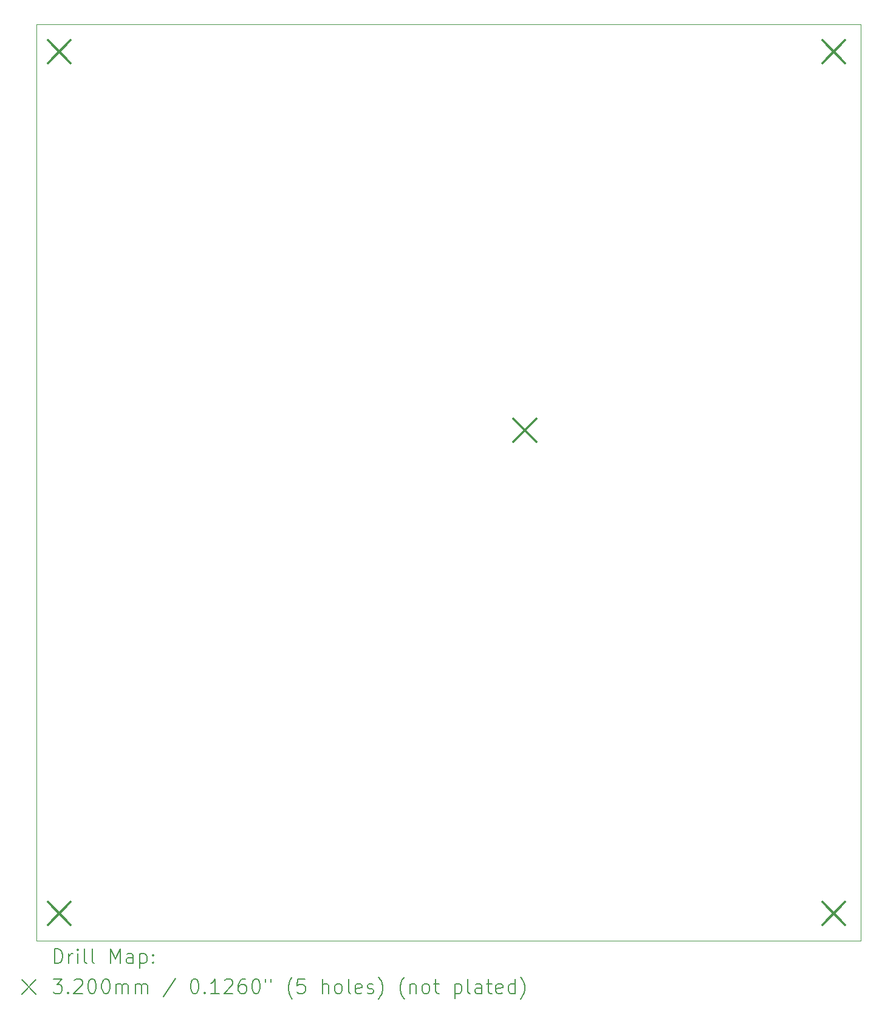
<source format=gbr>
%FSLAX45Y45*%
G04 Gerber Fmt 4.5, Leading zero omitted, Abs format (unit mm)*
G04 Created by KiCad (PCBNEW (6.0.0)) date 2022-06-27 07:24:55*
%MOMM*%
%LPD*%
G01*
G04 APERTURE LIST*
%TA.AperFunction,Profile*%
%ADD10C,0.100000*%
%TD*%
%ADD11C,0.200000*%
%ADD12C,0.320000*%
G04 APERTURE END LIST*
D10*
X5715000Y-2984500D02*
X17208500Y-2984500D01*
X17208500Y-2984500D02*
X17208500Y-15748000D01*
X17208500Y-15748000D02*
X5715000Y-15748000D01*
X5715000Y-15748000D02*
X5715000Y-2984500D01*
D11*
D12*
X5872500Y-3205500D02*
X6192500Y-3525500D01*
X6192500Y-3205500D02*
X5872500Y-3525500D01*
X5872500Y-15207000D02*
X6192500Y-15527000D01*
X6192500Y-15207000D02*
X5872500Y-15527000D01*
X12362200Y-8476000D02*
X12682200Y-8796000D01*
X12682200Y-8476000D02*
X12362200Y-8796000D01*
X16667500Y-3205500D02*
X16987500Y-3525500D01*
X16987500Y-3205500D02*
X16667500Y-3525500D01*
X16667500Y-15207000D02*
X16987500Y-15527000D01*
X16987500Y-15207000D02*
X16667500Y-15527000D01*
D11*
X5967619Y-16063476D02*
X5967619Y-15863476D01*
X6015238Y-15863476D01*
X6043809Y-15873000D01*
X6062857Y-15892048D01*
X6072381Y-15911095D01*
X6081905Y-15949190D01*
X6081905Y-15977762D01*
X6072381Y-16015857D01*
X6062857Y-16034905D01*
X6043809Y-16053952D01*
X6015238Y-16063476D01*
X5967619Y-16063476D01*
X6167619Y-16063476D02*
X6167619Y-15930143D01*
X6167619Y-15968238D02*
X6177143Y-15949190D01*
X6186667Y-15939667D01*
X6205714Y-15930143D01*
X6224762Y-15930143D01*
X6291428Y-16063476D02*
X6291428Y-15930143D01*
X6291428Y-15863476D02*
X6281905Y-15873000D01*
X6291428Y-15882524D01*
X6300952Y-15873000D01*
X6291428Y-15863476D01*
X6291428Y-15882524D01*
X6415238Y-16063476D02*
X6396190Y-16053952D01*
X6386667Y-16034905D01*
X6386667Y-15863476D01*
X6520000Y-16063476D02*
X6500952Y-16053952D01*
X6491428Y-16034905D01*
X6491428Y-15863476D01*
X6748571Y-16063476D02*
X6748571Y-15863476D01*
X6815238Y-16006333D01*
X6881905Y-15863476D01*
X6881905Y-16063476D01*
X7062857Y-16063476D02*
X7062857Y-15958714D01*
X7053333Y-15939667D01*
X7034286Y-15930143D01*
X6996190Y-15930143D01*
X6977143Y-15939667D01*
X7062857Y-16053952D02*
X7043809Y-16063476D01*
X6996190Y-16063476D01*
X6977143Y-16053952D01*
X6967619Y-16034905D01*
X6967619Y-16015857D01*
X6977143Y-15996809D01*
X6996190Y-15987286D01*
X7043809Y-15987286D01*
X7062857Y-15977762D01*
X7158095Y-15930143D02*
X7158095Y-16130143D01*
X7158095Y-15939667D02*
X7177143Y-15930143D01*
X7215238Y-15930143D01*
X7234286Y-15939667D01*
X7243809Y-15949190D01*
X7253333Y-15968238D01*
X7253333Y-16025381D01*
X7243809Y-16044428D01*
X7234286Y-16053952D01*
X7215238Y-16063476D01*
X7177143Y-16063476D01*
X7158095Y-16053952D01*
X7339048Y-16044428D02*
X7348571Y-16053952D01*
X7339048Y-16063476D01*
X7329524Y-16053952D01*
X7339048Y-16044428D01*
X7339048Y-16063476D01*
X7339048Y-15939667D02*
X7348571Y-15949190D01*
X7339048Y-15958714D01*
X7329524Y-15949190D01*
X7339048Y-15939667D01*
X7339048Y-15958714D01*
X5510000Y-16293000D02*
X5710000Y-16493000D01*
X5710000Y-16293000D02*
X5510000Y-16493000D01*
X5948571Y-16283476D02*
X6072381Y-16283476D01*
X6005714Y-16359667D01*
X6034286Y-16359667D01*
X6053333Y-16369190D01*
X6062857Y-16378714D01*
X6072381Y-16397762D01*
X6072381Y-16445381D01*
X6062857Y-16464428D01*
X6053333Y-16473952D01*
X6034286Y-16483476D01*
X5977143Y-16483476D01*
X5958095Y-16473952D01*
X5948571Y-16464428D01*
X6158095Y-16464428D02*
X6167619Y-16473952D01*
X6158095Y-16483476D01*
X6148571Y-16473952D01*
X6158095Y-16464428D01*
X6158095Y-16483476D01*
X6243809Y-16302524D02*
X6253333Y-16293000D01*
X6272381Y-16283476D01*
X6320000Y-16283476D01*
X6339048Y-16293000D01*
X6348571Y-16302524D01*
X6358095Y-16321571D01*
X6358095Y-16340619D01*
X6348571Y-16369190D01*
X6234286Y-16483476D01*
X6358095Y-16483476D01*
X6481905Y-16283476D02*
X6500952Y-16283476D01*
X6520000Y-16293000D01*
X6529524Y-16302524D01*
X6539048Y-16321571D01*
X6548571Y-16359667D01*
X6548571Y-16407286D01*
X6539048Y-16445381D01*
X6529524Y-16464428D01*
X6520000Y-16473952D01*
X6500952Y-16483476D01*
X6481905Y-16483476D01*
X6462857Y-16473952D01*
X6453333Y-16464428D01*
X6443809Y-16445381D01*
X6434286Y-16407286D01*
X6434286Y-16359667D01*
X6443809Y-16321571D01*
X6453333Y-16302524D01*
X6462857Y-16293000D01*
X6481905Y-16283476D01*
X6672381Y-16283476D02*
X6691428Y-16283476D01*
X6710476Y-16293000D01*
X6720000Y-16302524D01*
X6729524Y-16321571D01*
X6739048Y-16359667D01*
X6739048Y-16407286D01*
X6729524Y-16445381D01*
X6720000Y-16464428D01*
X6710476Y-16473952D01*
X6691428Y-16483476D01*
X6672381Y-16483476D01*
X6653333Y-16473952D01*
X6643809Y-16464428D01*
X6634286Y-16445381D01*
X6624762Y-16407286D01*
X6624762Y-16359667D01*
X6634286Y-16321571D01*
X6643809Y-16302524D01*
X6653333Y-16293000D01*
X6672381Y-16283476D01*
X6824762Y-16483476D02*
X6824762Y-16350143D01*
X6824762Y-16369190D02*
X6834286Y-16359667D01*
X6853333Y-16350143D01*
X6881905Y-16350143D01*
X6900952Y-16359667D01*
X6910476Y-16378714D01*
X6910476Y-16483476D01*
X6910476Y-16378714D02*
X6920000Y-16359667D01*
X6939048Y-16350143D01*
X6967619Y-16350143D01*
X6986667Y-16359667D01*
X6996190Y-16378714D01*
X6996190Y-16483476D01*
X7091428Y-16483476D02*
X7091428Y-16350143D01*
X7091428Y-16369190D02*
X7100952Y-16359667D01*
X7120000Y-16350143D01*
X7148571Y-16350143D01*
X7167619Y-16359667D01*
X7177143Y-16378714D01*
X7177143Y-16483476D01*
X7177143Y-16378714D02*
X7186667Y-16359667D01*
X7205714Y-16350143D01*
X7234286Y-16350143D01*
X7253333Y-16359667D01*
X7262857Y-16378714D01*
X7262857Y-16483476D01*
X7653333Y-16273952D02*
X7481905Y-16531095D01*
X7910476Y-16283476D02*
X7929524Y-16283476D01*
X7948571Y-16293000D01*
X7958095Y-16302524D01*
X7967619Y-16321571D01*
X7977143Y-16359667D01*
X7977143Y-16407286D01*
X7967619Y-16445381D01*
X7958095Y-16464428D01*
X7948571Y-16473952D01*
X7929524Y-16483476D01*
X7910476Y-16483476D01*
X7891428Y-16473952D01*
X7881905Y-16464428D01*
X7872381Y-16445381D01*
X7862857Y-16407286D01*
X7862857Y-16359667D01*
X7872381Y-16321571D01*
X7881905Y-16302524D01*
X7891428Y-16293000D01*
X7910476Y-16283476D01*
X8062857Y-16464428D02*
X8072381Y-16473952D01*
X8062857Y-16483476D01*
X8053333Y-16473952D01*
X8062857Y-16464428D01*
X8062857Y-16483476D01*
X8262857Y-16483476D02*
X8148571Y-16483476D01*
X8205714Y-16483476D02*
X8205714Y-16283476D01*
X8186667Y-16312048D01*
X8167619Y-16331095D01*
X8148571Y-16340619D01*
X8339048Y-16302524D02*
X8348571Y-16293000D01*
X8367619Y-16283476D01*
X8415238Y-16283476D01*
X8434286Y-16293000D01*
X8443810Y-16302524D01*
X8453333Y-16321571D01*
X8453333Y-16340619D01*
X8443810Y-16369190D01*
X8329524Y-16483476D01*
X8453333Y-16483476D01*
X8624762Y-16283476D02*
X8586667Y-16283476D01*
X8567619Y-16293000D01*
X8558095Y-16302524D01*
X8539048Y-16331095D01*
X8529524Y-16369190D01*
X8529524Y-16445381D01*
X8539048Y-16464428D01*
X8548571Y-16473952D01*
X8567619Y-16483476D01*
X8605714Y-16483476D01*
X8624762Y-16473952D01*
X8634286Y-16464428D01*
X8643810Y-16445381D01*
X8643810Y-16397762D01*
X8634286Y-16378714D01*
X8624762Y-16369190D01*
X8605714Y-16359667D01*
X8567619Y-16359667D01*
X8548571Y-16369190D01*
X8539048Y-16378714D01*
X8529524Y-16397762D01*
X8767619Y-16283476D02*
X8786667Y-16283476D01*
X8805714Y-16293000D01*
X8815238Y-16302524D01*
X8824762Y-16321571D01*
X8834286Y-16359667D01*
X8834286Y-16407286D01*
X8824762Y-16445381D01*
X8815238Y-16464428D01*
X8805714Y-16473952D01*
X8786667Y-16483476D01*
X8767619Y-16483476D01*
X8748571Y-16473952D01*
X8739048Y-16464428D01*
X8729524Y-16445381D01*
X8720000Y-16407286D01*
X8720000Y-16359667D01*
X8729524Y-16321571D01*
X8739048Y-16302524D01*
X8748571Y-16293000D01*
X8767619Y-16283476D01*
X8910476Y-16283476D02*
X8910476Y-16321571D01*
X8986667Y-16283476D02*
X8986667Y-16321571D01*
X9281905Y-16559667D02*
X9272381Y-16550143D01*
X9253333Y-16521571D01*
X9243810Y-16502524D01*
X9234286Y-16473952D01*
X9224762Y-16426333D01*
X9224762Y-16388238D01*
X9234286Y-16340619D01*
X9243810Y-16312048D01*
X9253333Y-16293000D01*
X9272381Y-16264428D01*
X9281905Y-16254905D01*
X9453333Y-16283476D02*
X9358095Y-16283476D01*
X9348571Y-16378714D01*
X9358095Y-16369190D01*
X9377143Y-16359667D01*
X9424762Y-16359667D01*
X9443810Y-16369190D01*
X9453333Y-16378714D01*
X9462857Y-16397762D01*
X9462857Y-16445381D01*
X9453333Y-16464428D01*
X9443810Y-16473952D01*
X9424762Y-16483476D01*
X9377143Y-16483476D01*
X9358095Y-16473952D01*
X9348571Y-16464428D01*
X9700952Y-16483476D02*
X9700952Y-16283476D01*
X9786667Y-16483476D02*
X9786667Y-16378714D01*
X9777143Y-16359667D01*
X9758095Y-16350143D01*
X9729524Y-16350143D01*
X9710476Y-16359667D01*
X9700952Y-16369190D01*
X9910476Y-16483476D02*
X9891429Y-16473952D01*
X9881905Y-16464428D01*
X9872381Y-16445381D01*
X9872381Y-16388238D01*
X9881905Y-16369190D01*
X9891429Y-16359667D01*
X9910476Y-16350143D01*
X9939048Y-16350143D01*
X9958095Y-16359667D01*
X9967619Y-16369190D01*
X9977143Y-16388238D01*
X9977143Y-16445381D01*
X9967619Y-16464428D01*
X9958095Y-16473952D01*
X9939048Y-16483476D01*
X9910476Y-16483476D01*
X10091429Y-16483476D02*
X10072381Y-16473952D01*
X10062857Y-16454905D01*
X10062857Y-16283476D01*
X10243810Y-16473952D02*
X10224762Y-16483476D01*
X10186667Y-16483476D01*
X10167619Y-16473952D01*
X10158095Y-16454905D01*
X10158095Y-16378714D01*
X10167619Y-16359667D01*
X10186667Y-16350143D01*
X10224762Y-16350143D01*
X10243810Y-16359667D01*
X10253333Y-16378714D01*
X10253333Y-16397762D01*
X10158095Y-16416809D01*
X10329524Y-16473952D02*
X10348571Y-16483476D01*
X10386667Y-16483476D01*
X10405714Y-16473952D01*
X10415238Y-16454905D01*
X10415238Y-16445381D01*
X10405714Y-16426333D01*
X10386667Y-16416809D01*
X10358095Y-16416809D01*
X10339048Y-16407286D01*
X10329524Y-16388238D01*
X10329524Y-16378714D01*
X10339048Y-16359667D01*
X10358095Y-16350143D01*
X10386667Y-16350143D01*
X10405714Y-16359667D01*
X10481905Y-16559667D02*
X10491429Y-16550143D01*
X10510476Y-16521571D01*
X10520000Y-16502524D01*
X10529524Y-16473952D01*
X10539048Y-16426333D01*
X10539048Y-16388238D01*
X10529524Y-16340619D01*
X10520000Y-16312048D01*
X10510476Y-16293000D01*
X10491429Y-16264428D01*
X10481905Y-16254905D01*
X10843810Y-16559667D02*
X10834286Y-16550143D01*
X10815238Y-16521571D01*
X10805714Y-16502524D01*
X10796190Y-16473952D01*
X10786667Y-16426333D01*
X10786667Y-16388238D01*
X10796190Y-16340619D01*
X10805714Y-16312048D01*
X10815238Y-16293000D01*
X10834286Y-16264428D01*
X10843810Y-16254905D01*
X10920000Y-16350143D02*
X10920000Y-16483476D01*
X10920000Y-16369190D02*
X10929524Y-16359667D01*
X10948571Y-16350143D01*
X10977143Y-16350143D01*
X10996190Y-16359667D01*
X11005714Y-16378714D01*
X11005714Y-16483476D01*
X11129524Y-16483476D02*
X11110476Y-16473952D01*
X11100952Y-16464428D01*
X11091429Y-16445381D01*
X11091429Y-16388238D01*
X11100952Y-16369190D01*
X11110476Y-16359667D01*
X11129524Y-16350143D01*
X11158095Y-16350143D01*
X11177143Y-16359667D01*
X11186667Y-16369190D01*
X11196190Y-16388238D01*
X11196190Y-16445381D01*
X11186667Y-16464428D01*
X11177143Y-16473952D01*
X11158095Y-16483476D01*
X11129524Y-16483476D01*
X11253333Y-16350143D02*
X11329524Y-16350143D01*
X11281905Y-16283476D02*
X11281905Y-16454905D01*
X11291428Y-16473952D01*
X11310476Y-16483476D01*
X11329524Y-16483476D01*
X11548571Y-16350143D02*
X11548571Y-16550143D01*
X11548571Y-16359667D02*
X11567619Y-16350143D01*
X11605714Y-16350143D01*
X11624762Y-16359667D01*
X11634286Y-16369190D01*
X11643809Y-16388238D01*
X11643809Y-16445381D01*
X11634286Y-16464428D01*
X11624762Y-16473952D01*
X11605714Y-16483476D01*
X11567619Y-16483476D01*
X11548571Y-16473952D01*
X11758095Y-16483476D02*
X11739048Y-16473952D01*
X11729524Y-16454905D01*
X11729524Y-16283476D01*
X11920000Y-16483476D02*
X11920000Y-16378714D01*
X11910476Y-16359667D01*
X11891428Y-16350143D01*
X11853333Y-16350143D01*
X11834286Y-16359667D01*
X11920000Y-16473952D02*
X11900952Y-16483476D01*
X11853333Y-16483476D01*
X11834286Y-16473952D01*
X11824762Y-16454905D01*
X11824762Y-16435857D01*
X11834286Y-16416809D01*
X11853333Y-16407286D01*
X11900952Y-16407286D01*
X11920000Y-16397762D01*
X11986667Y-16350143D02*
X12062857Y-16350143D01*
X12015238Y-16283476D02*
X12015238Y-16454905D01*
X12024762Y-16473952D01*
X12043809Y-16483476D01*
X12062857Y-16483476D01*
X12205714Y-16473952D02*
X12186667Y-16483476D01*
X12148571Y-16483476D01*
X12129524Y-16473952D01*
X12120000Y-16454905D01*
X12120000Y-16378714D01*
X12129524Y-16359667D01*
X12148571Y-16350143D01*
X12186667Y-16350143D01*
X12205714Y-16359667D01*
X12215238Y-16378714D01*
X12215238Y-16397762D01*
X12120000Y-16416809D01*
X12386667Y-16483476D02*
X12386667Y-16283476D01*
X12386667Y-16473952D02*
X12367619Y-16483476D01*
X12329524Y-16483476D01*
X12310476Y-16473952D01*
X12300952Y-16464428D01*
X12291428Y-16445381D01*
X12291428Y-16388238D01*
X12300952Y-16369190D01*
X12310476Y-16359667D01*
X12329524Y-16350143D01*
X12367619Y-16350143D01*
X12386667Y-16359667D01*
X12462857Y-16559667D02*
X12472381Y-16550143D01*
X12491428Y-16521571D01*
X12500952Y-16502524D01*
X12510476Y-16473952D01*
X12520000Y-16426333D01*
X12520000Y-16388238D01*
X12510476Y-16340619D01*
X12500952Y-16312048D01*
X12491428Y-16293000D01*
X12472381Y-16264428D01*
X12462857Y-16254905D01*
M02*

</source>
